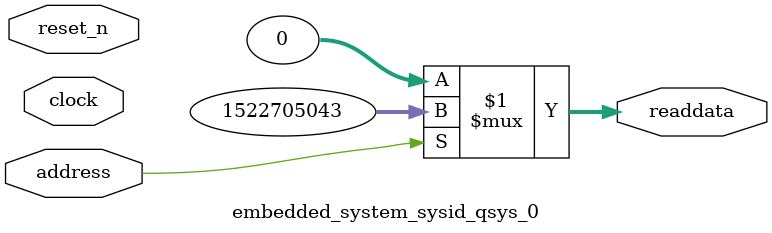
<source format=v>

`timescale 1ns / 1ps
// synthesis translate_on

// turn off superfluous verilog processor warnings 
// altera message_level Level1 
// altera message_off 10034 10035 10036 10037 10230 10240 10030 

module embedded_system_sysid_qsys_0 (
               // inputs:
                address,
                clock,
                reset_n,

               // outputs:
                readdata
             )
;

  output  [ 31: 0] readdata;
  input            address;
  input            clock;
  input            reset_n;

  wire    [ 31: 0] readdata;
  //control_slave, which is an e_avalon_slave
  assign readdata = address ? 1522705043 : 0;

endmodule




</source>
